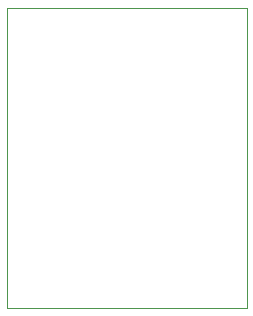
<source format=gbr>
%TF.GenerationSoftware,KiCad,Pcbnew,(6.0.6)*%
%TF.CreationDate,2022-07-17T10:27:07+05:30*%
%TF.ProjectId,transimpedanceAmplifier,7472616e-7369-46d7-9065-64616e636541,rev?*%
%TF.SameCoordinates,Original*%
%TF.FileFunction,Profile,NP*%
%FSLAX46Y46*%
G04 Gerber Fmt 4.6, Leading zero omitted, Abs format (unit mm)*
G04 Created by KiCad (PCBNEW (6.0.6)) date 2022-07-17 10:27:07*
%MOMM*%
%LPD*%
G01*
G04 APERTURE LIST*
%TA.AperFunction,Profile*%
%ADD10C,0.100000*%
%TD*%
G04 APERTURE END LIST*
D10*
X182372000Y-108458000D02*
X181610000Y-108458000D01*
X181864000Y-83058000D02*
X201930000Y-83058000D01*
X201930000Y-83058000D02*
X201930000Y-108458000D01*
X181610000Y-83058000D02*
X181864000Y-83058000D01*
X201930000Y-108458000D02*
X182372000Y-108458000D01*
X181610000Y-108458000D02*
X181610000Y-83058000D01*
M02*

</source>
